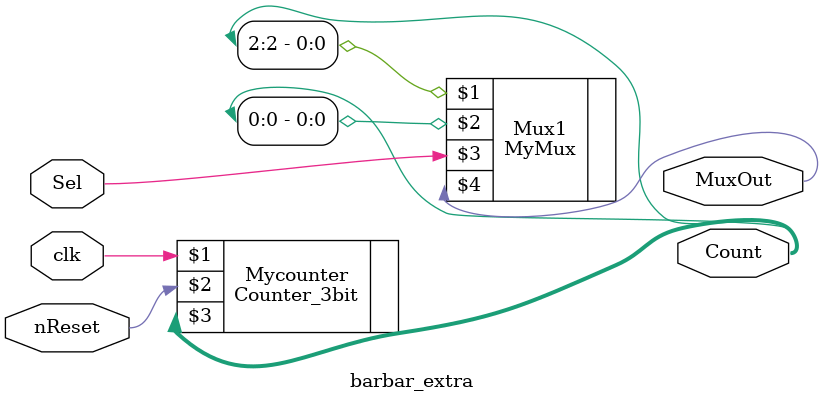
<source format=v>
module barbar_extra 
(
clk, nReset,Sel,MuxOut,Count
);

	input clk, nReset,Sel;
	output [2:0] Count;
	output MuxOut;

	Counter_3bit Mycounter(clk,nReset,Count);

	MyMux Mux1(Count[2],Count[0],Sel,MuxOut); 

endmodule 
</source>
